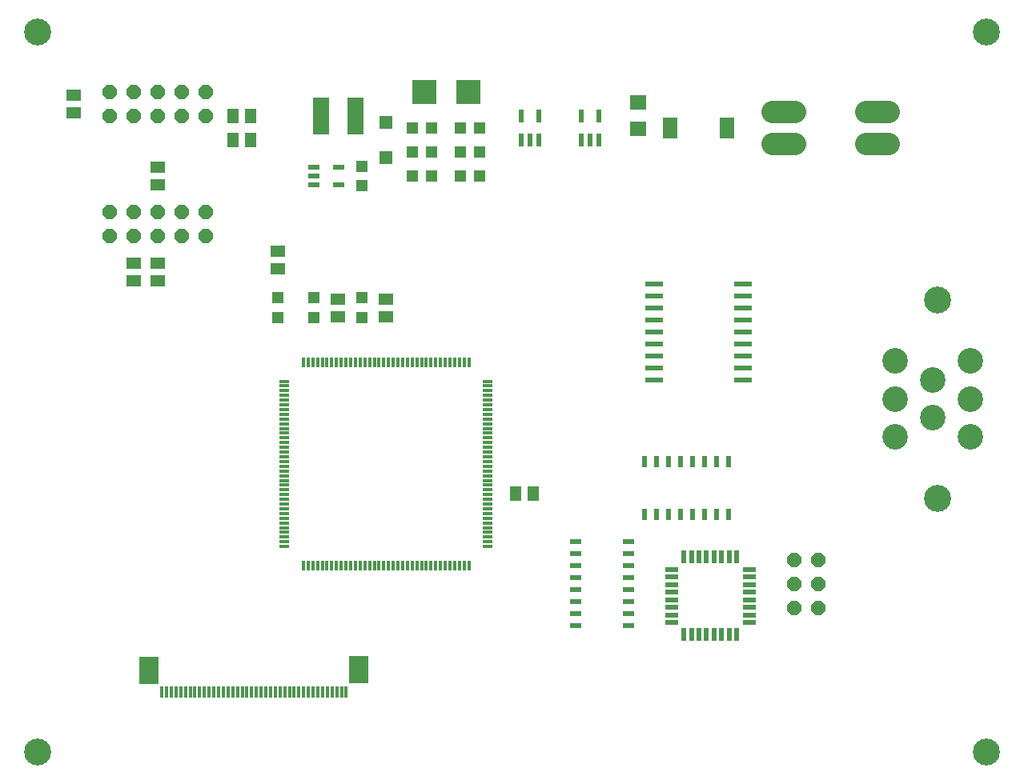
<source format=gts>
G75*
%MOIN*%
%OFA0B0*%
%FSLAX25Y25*%
%IPPOS*%
%LPD*%
%AMOC8*
5,1,8,0,0,1.08239X$1,22.5*
%
%ADD10C,0.11200*%
%ADD11OC8,0.06000*%
%ADD12R,0.04724X0.04724*%
%ADD13R,0.05906X0.05118*%
%ADD14R,0.07800X0.02200*%
%ADD15R,0.05800X0.02000*%
%ADD16R,0.02000X0.05800*%
%ADD17R,0.02362X0.04724*%
%ADD18R,0.04724X0.02362*%
%ADD19R,0.01181X0.04921*%
%ADD20R,0.07874X0.11811*%
%ADD21C,0.11220*%
%ADD22C,0.10630*%
%ADD23R,0.03937X0.01181*%
%ADD24R,0.01181X0.03937*%
%ADD25R,0.05118X0.05906*%
%ADD26R,0.07087X0.06299*%
%ADD27R,0.06299X0.08661*%
%ADD28C,0.09449*%
%ADD29R,0.02200X0.05200*%
%ADD30R,0.04724X0.02165*%
%ADD31R,0.04724X0.05118*%
%ADD32R,0.07087X0.15748*%
%ADD33R,0.05512X0.05512*%
%ADD34R,0.05118X0.04724*%
%ADD35R,0.10000X0.10000*%
D10*
X0040762Y0016800D03*
X0435762Y0016800D03*
X0435762Y0316800D03*
X0040762Y0316800D03*
D11*
X0070762Y0291800D03*
X0080762Y0291800D03*
X0090762Y0291800D03*
X0100762Y0291800D03*
X0110762Y0291800D03*
X0110762Y0281800D03*
X0100762Y0281800D03*
X0090762Y0281800D03*
X0080762Y0281800D03*
X0070762Y0281800D03*
X0070762Y0241800D03*
X0080762Y0241800D03*
X0090762Y0241800D03*
X0100762Y0241800D03*
X0110762Y0241800D03*
X0110762Y0231800D03*
X0100762Y0231800D03*
X0090762Y0231800D03*
X0080762Y0231800D03*
X0070762Y0231800D03*
X0355762Y0096800D03*
X0365762Y0096800D03*
X0365762Y0086800D03*
X0365762Y0076800D03*
X0355762Y0076800D03*
X0355762Y0086800D03*
D12*
X0175762Y0197666D03*
X0175762Y0205934D03*
X0155762Y0205934D03*
X0155762Y0197666D03*
X0140762Y0197666D03*
X0140762Y0205934D03*
D13*
X0140762Y0218060D03*
X0140762Y0225540D03*
X0165762Y0205540D03*
X0165762Y0198060D03*
X0185762Y0198060D03*
X0185762Y0205540D03*
X0090762Y0213060D03*
X0090762Y0220540D03*
X0080762Y0220540D03*
X0080762Y0213060D03*
X0090762Y0253060D03*
X0090762Y0260540D03*
X0055762Y0283060D03*
X0055762Y0290540D03*
D14*
X0297262Y0211800D03*
X0297262Y0206800D03*
X0297262Y0201800D03*
X0297262Y0196800D03*
X0297262Y0191800D03*
X0297262Y0186800D03*
X0297262Y0181800D03*
X0297262Y0176800D03*
X0297262Y0171800D03*
X0334262Y0171800D03*
X0334262Y0176800D03*
X0334262Y0181800D03*
X0334262Y0186800D03*
X0334262Y0191800D03*
X0334262Y0196800D03*
X0334262Y0201800D03*
X0334262Y0206800D03*
X0334262Y0211800D03*
D15*
X0336962Y0092800D03*
X0336962Y0089700D03*
X0336962Y0086500D03*
X0336962Y0083400D03*
X0336962Y0080200D03*
X0336962Y0077100D03*
X0336962Y0073900D03*
X0336962Y0070800D03*
X0304562Y0070800D03*
X0304562Y0073900D03*
X0304562Y0077100D03*
X0304562Y0080200D03*
X0304562Y0083400D03*
X0304562Y0086500D03*
X0304562Y0089700D03*
X0304562Y0092800D03*
D16*
X0309762Y0098000D03*
X0312862Y0098000D03*
X0316062Y0098000D03*
X0319162Y0098000D03*
X0322362Y0098000D03*
X0325462Y0098000D03*
X0328662Y0098000D03*
X0331762Y0098000D03*
X0331762Y0065600D03*
X0328662Y0065600D03*
X0325462Y0065600D03*
X0322362Y0065600D03*
X0319162Y0065600D03*
X0316062Y0065600D03*
X0312862Y0065600D03*
X0309762Y0065600D03*
D17*
X0308262Y0115776D03*
X0313262Y0115776D03*
X0318262Y0115776D03*
X0323262Y0115776D03*
X0328262Y0115776D03*
X0328262Y0137824D03*
X0323262Y0137824D03*
X0318262Y0137824D03*
X0313262Y0137824D03*
X0308262Y0137824D03*
X0303262Y0137824D03*
X0298262Y0137824D03*
X0293262Y0137824D03*
X0293262Y0115776D03*
X0298262Y0115776D03*
X0303262Y0115776D03*
D18*
X0286785Y0104300D03*
X0286785Y0099300D03*
X0286785Y0094300D03*
X0286785Y0089300D03*
X0286785Y0084300D03*
X0286785Y0079300D03*
X0286785Y0074300D03*
X0286785Y0069300D03*
X0264738Y0069300D03*
X0264738Y0074300D03*
X0264738Y0079300D03*
X0264738Y0084300D03*
X0264738Y0089300D03*
X0264738Y0094300D03*
X0264738Y0099300D03*
X0264738Y0104300D03*
D19*
X0169148Y0041800D03*
X0167179Y0041800D03*
X0165211Y0041800D03*
X0163242Y0041800D03*
X0161274Y0041800D03*
X0159305Y0041800D03*
X0157337Y0041800D03*
X0155368Y0041800D03*
X0153400Y0041800D03*
X0151431Y0041800D03*
X0149463Y0041800D03*
X0147494Y0041800D03*
X0145526Y0041800D03*
X0143557Y0041800D03*
X0141589Y0041800D03*
X0139620Y0041800D03*
X0137652Y0041800D03*
X0135683Y0041800D03*
X0133715Y0041800D03*
X0131746Y0041800D03*
X0129778Y0041800D03*
X0127809Y0041800D03*
X0125841Y0041800D03*
X0123872Y0041800D03*
X0121904Y0041800D03*
X0119935Y0041800D03*
X0117967Y0041800D03*
X0115998Y0041800D03*
X0114030Y0041800D03*
X0112061Y0041800D03*
X0110093Y0041800D03*
X0108124Y0041800D03*
X0106156Y0041800D03*
X0104187Y0041800D03*
X0102219Y0041800D03*
X0100250Y0041800D03*
X0098281Y0041800D03*
X0096313Y0041800D03*
X0094344Y0041800D03*
X0092376Y0041800D03*
D20*
X0087061Y0050855D03*
X0174463Y0051052D03*
D21*
X0415329Y0122548D03*
X0415329Y0205225D03*
D22*
X0429108Y0179635D03*
X0413360Y0171761D03*
X0429108Y0163887D03*
X0413360Y0156013D03*
X0429108Y0148139D03*
X0397612Y0148139D03*
X0397612Y0163887D03*
X0397612Y0179635D03*
D23*
X0228085Y0171249D03*
X0228085Y0169280D03*
X0228085Y0167312D03*
X0228085Y0165343D03*
X0228085Y0163375D03*
X0228085Y0161406D03*
X0228085Y0159438D03*
X0228085Y0157469D03*
X0228085Y0155501D03*
X0228085Y0153532D03*
X0228085Y0151564D03*
X0228085Y0149595D03*
X0228085Y0147627D03*
X0228085Y0145658D03*
X0228085Y0143690D03*
X0228085Y0141721D03*
X0228085Y0139753D03*
X0228085Y0137784D03*
X0228085Y0135816D03*
X0228085Y0133847D03*
X0228085Y0131879D03*
X0228085Y0129910D03*
X0228085Y0127942D03*
X0228085Y0125973D03*
X0228085Y0124005D03*
X0228085Y0122036D03*
X0228085Y0120068D03*
X0228085Y0118099D03*
X0228085Y0116131D03*
X0228085Y0114162D03*
X0228085Y0112194D03*
X0228085Y0110225D03*
X0228085Y0108257D03*
X0228085Y0106288D03*
X0228085Y0104320D03*
X0228085Y0102351D03*
X0143439Y0102351D03*
X0143439Y0104320D03*
X0143439Y0106288D03*
X0143439Y0108257D03*
X0143439Y0110225D03*
X0143439Y0112194D03*
X0143439Y0114162D03*
X0143439Y0116131D03*
X0143439Y0118099D03*
X0143439Y0120068D03*
X0143439Y0122036D03*
X0143439Y0124005D03*
X0143439Y0125973D03*
X0143439Y0127942D03*
X0143439Y0129910D03*
X0143439Y0131879D03*
X0143439Y0133847D03*
X0143439Y0135816D03*
X0143439Y0137784D03*
X0143439Y0139753D03*
X0143439Y0141721D03*
X0143439Y0143690D03*
X0143439Y0145658D03*
X0143439Y0147627D03*
X0143439Y0149595D03*
X0143439Y0151564D03*
X0143439Y0153532D03*
X0143439Y0155501D03*
X0143439Y0157469D03*
X0143439Y0159438D03*
X0143439Y0161406D03*
X0143439Y0163375D03*
X0143439Y0165343D03*
X0143439Y0167312D03*
X0143439Y0169280D03*
X0143439Y0171249D03*
D24*
X0151313Y0179123D03*
X0153281Y0179123D03*
X0155250Y0179123D03*
X0157219Y0179123D03*
X0159187Y0179123D03*
X0161156Y0179123D03*
X0163124Y0179123D03*
X0165093Y0179123D03*
X0167061Y0179123D03*
X0169030Y0179123D03*
X0170998Y0179123D03*
X0172967Y0179123D03*
X0174935Y0179123D03*
X0176904Y0179123D03*
X0178872Y0179123D03*
X0180841Y0179123D03*
X0182809Y0179123D03*
X0184778Y0179123D03*
X0186746Y0179123D03*
X0188715Y0179123D03*
X0190683Y0179123D03*
X0192652Y0179123D03*
X0194620Y0179123D03*
X0196589Y0179123D03*
X0198557Y0179123D03*
X0200526Y0179123D03*
X0202494Y0179123D03*
X0204463Y0179123D03*
X0206431Y0179123D03*
X0208400Y0179123D03*
X0210368Y0179123D03*
X0212337Y0179123D03*
X0214305Y0179123D03*
X0216274Y0179123D03*
X0218242Y0179123D03*
X0220211Y0179123D03*
X0220211Y0094477D03*
X0218242Y0094477D03*
X0216274Y0094477D03*
X0214305Y0094477D03*
X0212337Y0094477D03*
X0210368Y0094477D03*
X0208400Y0094477D03*
X0206431Y0094477D03*
X0204463Y0094477D03*
X0202494Y0094477D03*
X0200526Y0094477D03*
X0198557Y0094477D03*
X0196589Y0094477D03*
X0194620Y0094477D03*
X0192652Y0094477D03*
X0190683Y0094477D03*
X0188715Y0094477D03*
X0186746Y0094477D03*
X0184778Y0094477D03*
X0182809Y0094477D03*
X0180841Y0094477D03*
X0178872Y0094477D03*
X0176904Y0094477D03*
X0174935Y0094477D03*
X0172967Y0094477D03*
X0170998Y0094477D03*
X0169030Y0094477D03*
X0167061Y0094477D03*
X0165093Y0094477D03*
X0163124Y0094477D03*
X0161156Y0094477D03*
X0159187Y0094477D03*
X0157219Y0094477D03*
X0155250Y0094477D03*
X0153281Y0094477D03*
X0151313Y0094477D03*
D25*
X0239522Y0124300D03*
X0247002Y0124300D03*
X0129502Y0271800D03*
X0122022Y0271800D03*
X0122022Y0281800D03*
X0129502Y0281800D03*
D26*
X0290762Y0276288D03*
X0290762Y0287312D03*
D27*
X0303951Y0276800D03*
X0327573Y0276800D03*
D28*
X0346510Y0270107D02*
X0355959Y0270107D01*
X0355959Y0283493D02*
X0346510Y0283493D01*
X0385565Y0283493D02*
X0395014Y0283493D01*
X0395014Y0270107D02*
X0385565Y0270107D01*
D29*
X0274462Y0271800D03*
X0270762Y0271800D03*
X0267062Y0271800D03*
X0267062Y0281800D03*
X0274462Y0281800D03*
X0249462Y0281800D03*
X0242062Y0281800D03*
X0242062Y0271800D03*
X0245762Y0271800D03*
X0249462Y0271800D03*
D30*
X0165880Y0260540D03*
X0165880Y0253060D03*
X0155643Y0253060D03*
X0155643Y0256800D03*
X0155643Y0260540D03*
D31*
X0196762Y0256800D03*
X0204762Y0256800D03*
X0216762Y0256800D03*
X0224762Y0256800D03*
X0224762Y0266800D03*
X0216762Y0266800D03*
X0204762Y0266800D03*
X0196762Y0266800D03*
X0196762Y0276800D03*
X0204762Y0276800D03*
X0216762Y0276800D03*
X0224762Y0276800D03*
D32*
X0172848Y0281800D03*
X0158675Y0281800D03*
D33*
X0185762Y0279083D03*
X0185762Y0264517D03*
D34*
X0175762Y0260800D03*
X0175762Y0252800D03*
D35*
X0201512Y0291800D03*
X0220012Y0291800D03*
M02*

</source>
